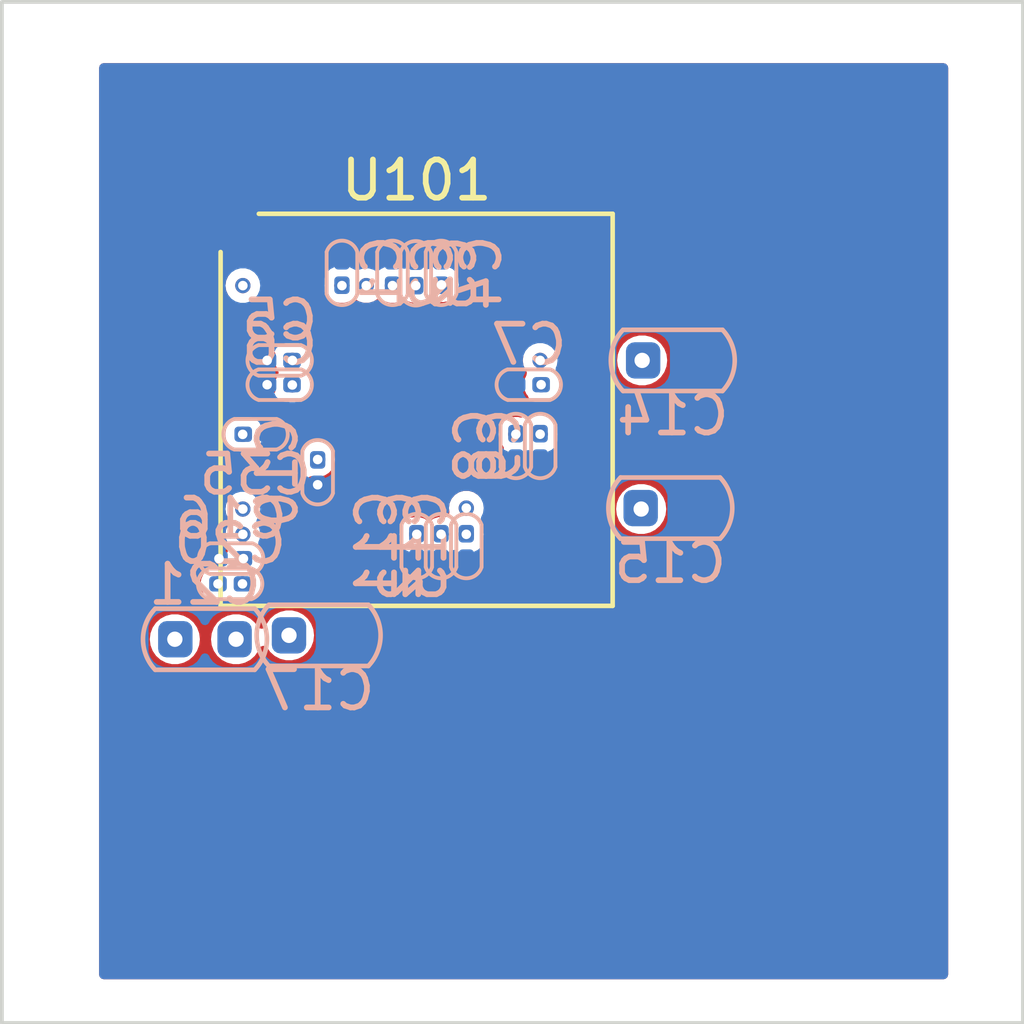
<source format=kicad_pcb>
(kicad_pcb (version 20221018) (generator pcbnew)
  (layers (0 "F.Cu" signal) (1 "In1.Cu" signal) (2 "In2.Cu" signal) (3 "In3.Cu" signal) (4 "In4.Cu" signal) (31 "B.Cu" signal) (34 "B.Paste" user) (35 "F.Paste" user) (36 "B.SilkS" user "B.Silkscreen") (37 "F.SilkS" user "F.Silkscreen") (38 "B.Mask" user) (39 "F.Mask" user) (44 "Edge.Cuts" user))
  (net 0 "")
  (net 1 "GND")
  (net 2 "GNDA")
  (net 3 "VCAP")
  (net 4 "VREF+")
  (net 5 "VDDA")
  (net 6 "+3.3V")
  (net 7 "Net-(U101-NRST)")
  (footprint "Package_BGA:UFBGA-201_10x10mm_Layout15x15_P0.65mm" (layer "F.Cu") (at 157.502 93.4432)
    (fp_text reference "U101" (at 0 -6) (layer "F.SilkS"))
    (fp_text value "STM32H753IIKx")
    (fp_line (start -5.125 5.125) (end -5.125 -4.125) (stroke (width 0.12)) (layer "F.SilkS"))
    (fp_line (start -4.125 -5.125) (end 5.125 -5.125) (stroke (width 0.12)) (layer "F.SilkS"))
    (fp_line (start 5.125 -5.125) (end 5.125 5.125) (stroke (width 0.12)) (layer "F.SilkS"))
    (fp_line (start 5.125 5.125) (end -5.125 5.125) (stroke (width 0.12)) (layer "F.SilkS"))
    (pad "A1" smd circle (at -4.55 -4.55) (size 0.3 0.3) (layers "F.Cu" "F.Paste" "F.Mask"))
    (pad "A2" smd circle (at -3.9 -4.55) (size 0.3 0.3) (layers "F.Cu" "F.Paste" "F.Mask"))
    (pad "A3" smd circle (at -3.25 -4.55) (size 0.3 0.3) (layers "F.Cu" "F.Paste" "F.Mask"))
    (pad "A4" smd circle (at -2.6 -4.55) (size 0.3 0.3) (layers "F.Cu" "F.Paste" "F.Mask"))
    (pad "A5" smd circle (at -1.95 -4.55) (size 0.3 0.3) (layers "F.Cu" "F.Paste" "F.Mask"))
    (pad "A6" smd circle (at -1.3 -4.55) (size 0.3 0.3) (layers "F.Cu" "F.Paste" "F.Mask"))
    (pad "A7" smd circle (at -0.65 -4.55) (size 0.3 0.3) (layers "F.Cu" "F.Paste" "F.Mask"))
    (pad "A8" smd circle (at 0 -4.55) (size 0.3 0.3) (layers "F.Cu" "F.Paste" "F.Mask"))
    (pad "A9" smd circle (at 0.65 -4.55) (size 0.3 0.3) (layers "F.Cu" "F.Paste" "F.Mask"))
    (pad "A10" smd circle (at 1.3 -4.55) (size 0.3 0.3) (layers "F.Cu" "F.Paste" "F.Mask"))
    (pad "A11" smd circle (at 1.95 -4.55) (size 0.3 0.3) (layers "F.Cu" "F.Paste" "F.Mask"))
    (pad "A12" smd circle (at 2.6 -4.55) (size 0.3 0.3) (layers "F.Cu" "F.Paste" "F.Mask"))
    (pad "A13" smd circle (at 3.25 -4.55) (size 0.3 0.3) (layers "F.Cu" "F.Paste" "F.Mask"))
    (pad "A14" smd circle (at 3.9 -4.55) (size 0.3 0.3) (layers "F.Cu" "F.Paste" "F.Mask"))
    (pad "A15" smd circle (at 4.55 -4.55) (size 0.3 0.3) (layers "F.Cu" "F.Paste" "F.Mask"))
    (pad "B1" smd circle (at -4.55 -3.9) (size 0.3 0.3) (layers "F.Cu" "F.Paste" "F.Mask"))
    (pad "B2" smd circle (at -3.9 -3.9) (size 0.3 0.3) (layers "F.Cu" "F.Paste" "F.Mask"))
    (pad "B3" smd circle (at -3.25 -3.9) (size 0.3 0.3) (layers "F.Cu" "F.Paste" "F.Mask"))
    (pad "B4" smd circle (at -2.6 -3.9) (size 0.3 0.3) (layers "F.Cu" "F.Paste" "F.Mask"))
    (pad "B5" smd circle (at -1.95 -3.9) (size 0.3 0.3) (layers "F.Cu" "F.Paste" "F.Mask"))
    (pad "B6" smd circle (at -1.3 -3.9) (size 0.3 0.3) (layers "F.Cu" "F.Paste" "F.Mask"))
    (pad "B7" smd circle (at -0.65 -3.9) (size 0.3 0.3) (layers "F.Cu" "F.Paste" "F.Mask"))
    (pad "B8" smd circle (at 0 -3.9) (size 0.3 0.3) (layers "F.Cu" "F.Paste" "F.Mask"))
    (pad "B9" smd circle (at 0.65 -3.9) (size 0.3 0.3) (layers "F.Cu" "F.Paste" "F.Mask"))
    (pad "B10" smd circle (at 1.3 -3.9) (size 0.3 0.3) (layers "F.Cu" "F.Paste" "F.Mask"))
    (pad "B11" smd circle (at 1.95 -3.9) (size 0.3 0.3) (layers "F.Cu" "F.Paste" "F.Mask"))
    (pad "B12" smd circle (at 2.6 -3.9) (size 0.3 0.3) (layers "F.Cu" "F.Paste" "F.Mask"))
    (pad "B13" smd circle (at 3.25 -3.9) (size 0.3 0.3) (layers "F.Cu" "F.Paste" "F.Mask"))
    (pad "B14" smd circle (at 3.9 -3.9) (size 0.3 0.3) (layers "F.Cu" "F.Paste" "F.Mask"))
    (pad "B15" smd circle (at 4.55 -3.9) (size 0.3 0.3) (layers "F.Cu" "F.Paste" "F.Mask"))
    (pad "C1" smd circle (at -4.55 -3.25) (size 0.3 0.3) (layers "F.Cu" "F.Paste" "F.Mask") (net 6 "+3.3V"))
    (pad "C2" smd circle (at -3.9 -3.25) (size 0.3 0.3) (layers "F.Cu" "F.Paste" "F.Mask"))
    (pad "C3" smd circle (at -3.25 -3.25) (size 0.3 0.3) (layers "F.Cu" "F.Paste" "F.Mask"))
    (pad "C4" smd circle (at -2.6 -3.25) (size 0.3 0.3) (layers "F.Cu" "F.Paste" "F.Mask"))
    (pad "C5" smd circle (at -1.95 -3.25) (size 0.3 0.3) (layers "F.Cu" "F.Paste" "F.Mask") (net 6 "+3.3V"))
    (pad "C6" smd circle (at -1.3 -3.25) (size 0.3 0.3) (layers "F.Cu" "F.Paste" "F.Mask") (net 6 "+3.3V"))
    (pad "C7" smd circle (at -0.65 -3.25) (size 0.3 0.3) (layers "F.Cu" "F.Paste" "F.Mask") (net 6 "+3.3V"))
    (pad "C8" smd circle (at 0 -3.25) (size 0.3 0.3) (layers "F.Cu" "F.Paste" "F.Mask") (net 6 "+3.3V"))
    (pad "C9" smd circle (at 0.65 -3.25) (size 0.3 0.3) (layers "F.Cu" "F.Paste" "F.Mask") (net 6 "+3.3V"))
    (pad "C10" smd circle (at 1.3 -3.25) (size 0.3 0.3) (layers "F.Cu" "F.Paste" "F.Mask"))
    (pad "C11" smd circle (at 1.95 -3.25) (size 0.3 0.3) (layers "F.Cu" "F.Paste" "F.Mask"))
    (pad "C12" smd circle (at 2.6 -3.25) (size 0.3 0.3) (layers "F.Cu" "F.Paste" "F.Mask"))
    (pad "C13" smd circle (at 3.25 -3.25) (size 0.3 0.3) (layers "F.Cu" "F.Paste" "F.Mask"))
    (pad "C14" smd circle (at 3.9 -3.25) (size 0.3 0.3) (layers "F.Cu" "F.Paste" "F.Mask"))
    (pad "C15" smd circle (at 4.55 -3.25) (size 0.3 0.3) (layers "F.Cu" "F.Paste" "F.Mask"))
    (pad "D1" smd circle (at -4.55 -2.6) (size 0.3 0.3) (layers "F.Cu" "F.Paste" "F.Mask"))
    (pad "D2" smd circle (at -3.9 -2.6) (size 0.3 0.3) (layers "F.Cu" "F.Paste" "F.Mask"))
    (pad "D3" smd circle (at -3.25 -2.6) (size 0.3 0.3) (layers "F.Cu" "F.Paste" "F.Mask"))
    (pad "D4" smd circle (at -2.6 -2.6) (size 0.3 0.3) (layers "F.Cu" "F.Paste" "F.Mask"))
    (pad "D5" smd circle (at -1.95 -2.6) (size 0.3 0.3) (layers "F.Cu" "F.Paste" "F.Mask") (net 1 "GND"))
    (pad "D6" smd circle (at -1.3 -2.6) (size 0.3 0.3) (layers "F.Cu" "F.Paste" "F.Mask") (net 1 "GND"))
    (pad "D7" smd circle (at -0.65 -2.6) (size 0.3 0.3) (layers "F.Cu" "F.Paste" "F.Mask") (net 1 "GND"))
    (pad "D8" smd circle (at 0 -2.6) (size 0.3 0.3) (layers "F.Cu" "F.Paste" "F.Mask") (net 1 "GND"))
    (pad "D9" smd circle (at 0.65 -2.6) (size 0.3 0.3) (layers "F.Cu" "F.Paste" "F.Mask") (net 1 "GND"))
    (pad "D10" smd circle (at 1.3 -2.6) (size 0.3 0.3) (layers "F.Cu" "F.Paste" "F.Mask"))
    (pad "D11" smd circle (at 1.95 -2.6) (size 0.3 0.3) (layers "F.Cu" "F.Paste" "F.Mask"))
    (pad "D12" smd circle (at 2.6 -2.6) (size 0.3 0.3) (layers "F.Cu" "F.Paste" "F.Mask"))
    (pad "D13" smd circle (at 3.25 -2.6) (size 0.3 0.3) (layers "F.Cu" "F.Paste" "F.Mask"))
    (pad "D14" smd circle (at 3.9 -2.6) (size 0.3 0.3) (layers "F.Cu" "F.Paste" "F.Mask"))
    (pad "D15" smd circle (at 4.55 -2.6) (size 0.3 0.3) (layers "F.Cu" "F.Paste" "F.Mask"))
    (pad "E1" smd circle (at -4.55 -1.95) (size 0.3 0.3) (layers "F.Cu" "F.Paste" "F.Mask"))
    (pad "E2" smd circle (at -3.9 -1.95) (size 0.3 0.3) (layers "F.Cu" "F.Paste" "F.Mask"))
    (pad "E3" smd circle (at -3.25 -1.95) (size 0.3 0.3) (layers "F.Cu" "F.Paste" "F.Mask"))
    (pad "E4" smd circle (at -2.6 -1.95) (size 0.3 0.3) (layers "F.Cu" "F.Paste" "F.Mask"))
    (pad "E12" smd circle (at 2.6 -1.95) (size 0.3 0.3) (layers "F.Cu" "F.Paste" "F.Mask"))
    (pad "E13" smd circle (at 3.25 -1.95) (size 0.3 0.3) (layers "F.Cu" "F.Paste" "F.Mask"))
    (pad "E14" smd circle (at 3.9 -1.95) (size 0.3 0.3) (layers "F.Cu" "F.Paste" "F.Mask"))
    (pad "E15" smd circle (at 4.55 -1.95) (size 0.3 0.3) (layers "F.Cu" "F.Paste" "F.Mask"))
    (pad "F1" smd circle (at -4.55 -1.3) (size 0.3 0.3) (layers "F.Cu" "F.Paste" "F.Mask"))
    (pad "F2" smd circle (at -3.9 -1.3) (size 0.3 0.3) (layers "F.Cu" "F.Paste" "F.Mask") (net 1 "GND"))
    (pad "F3" smd circle (at -3.25 -1.3) (size 0.3 0.3) (layers "F.Cu" "F.Paste" "F.Mask") (net 6 "+3.3V"))
    (pad "F4" smd circle (at -2.6 -1.3) (size 0.3 0.3) (layers "F.Cu" "F.Paste" "F.Mask"))
    (pad "F6" smd circle (at -1.3 -1.3) (size 0.3 0.3) (layers "F.Cu" "F.Paste" "F.Mask") (net 1 "GND"))
    (pad "F7" smd circle (at -0.65 -1.3) (size 0.3 0.3) (layers "F.Cu" "F.Paste" "F.Mask") (net 1 "GND"))
    (pad "F8" smd circle (at 0 -1.3) (size 0.3 0.3) (layers "F.Cu" "F.Paste" "F.Mask") (net 1 "GND"))
    (pad "F9" smd circle (at 0.65 -1.3) (size 0.3 0.3) (layers "F.Cu" "F.Paste" "F.Mask") (net 1 "GND"))
    (pad "F10" smd circle (at 1.3 -1.3) (size 0.3 0.3) (layers "F.Cu" "F.Paste" "F.Mask") (net 1 "GND"))
    (pad "F12" smd circle (at 2.6 -1.3) (size 0.3 0.3) (layers "F.Cu" "F.Paste" "F.Mask") (net 1 "GND"))
    (pad "F13" smd circle (at 3.25 -1.3) (size 0.3 0.3) (layers "F.Cu" "F.Paste" "F.Mask") (net 3 "VCAP"))
    (pad "F14" smd circle (at 3.9 -1.3) (size 0.3 0.3) (layers "F.Cu" "F.Paste" "F.Mask"))
    (pad "F15" smd circle (at 4.55 -1.3) (size 0.3 0.3) (layers "F.Cu" "F.Paste" "F.Mask"))
    (pad "G1" smd circle (at -4.55 -0.65) (size 0.3 0.3) (layers "F.Cu" "F.Paste" "F.Mask"))
    (pad "G2" smd circle (at -3.9 -0.65) (size 0.3 0.3) (layers "F.Cu" "F.Paste" "F.Mask") (net 1 "GND"))
    (pad "G3" smd circle (at -3.25 -0.65) (size 0.3 0.3) (layers "F.Cu" "F.Paste" "F.Mask") (net 6 "+3.3V"))
    (pad "G4" smd circle (at -2.6 -0.65) (size 0.3 0.3) (layers "F.Cu" "F.Paste" "F.Mask"))
    (pad "G6" smd circle (at -1.3 -0.65) (size 0.3 0.3) (layers "F.Cu" "F.Paste" "F.Mask") (net 1 "GND"))
    (pad "G7" smd circle (at -0.65 -0.65) (size 0.3 0.3) (layers "F.Cu" "F.Paste" "F.Mask") (net 1 "GND"))
    (pad "G8" smd circle (at 0 -0.65) (size 0.3 0.3) (layers "F.Cu" "F.Paste" "F.Mask") (net 1 "GND"))
    (pad "G9" smd circle (at 0.65 -0.65) (size 0.3 0.3) (layers "F.Cu" "F.Paste" "F.Mask") (net 1 "GND"))
    (pad "G10" smd circle (at 1.3 -0.65) (size 0.3 0.3) (layers "F.Cu" "F.Paste" "F.Mask") (net 1 "GND"))
    (pad "G12" smd circle (at 2.6 -0.65) (size 0.3 0.3) (layers "F.Cu" "F.Paste" "F.Mask") (net 1 "GND"))
    (pad "G13" smd circle (at 3.25 -0.65) (size 0.3 0.3) (layers "F.Cu" "F.Paste" "F.Mask") (net 6 "+3.3V"))
    (pad "G14" smd circle (at 3.9 -0.65) (size 0.3 0.3) (layers "F.Cu" "F.Paste" "F.Mask"))
    (pad "G15" smd circle (at 4.55 -0.65) (size 0.3 0.3) (layers "F.Cu" "F.Paste" "F.Mask"))
    (pad "H1" smd circle (at -4.55 0) (size 0.3 0.3) (layers "F.Cu" "F.Paste" "F.Mask"))
    (pad "H2" smd circle (at -3.9 0) (size 0.3 0.3) (layers "F.Cu" "F.Paste" "F.Mask"))
    (pad "H3" smd circle (at -3.25 0) (size 0.3 0.3) (layers "F.Cu" "F.Paste" "F.Mask"))
    (pad "H4" smd circle (at -2.6 0) (size 0.3 0.3) (layers "F.Cu" "F.Paste" "F.Mask"))
    (pad "H6" smd circle (at -1.3 0) (size 0.3 0.3) (layers "F.Cu" "F.Paste" "F.Mask") (net 1 "GND"))
    (pad "H7" smd circle (at -0.65 0) (size 0.3 0.3) (layers "F.Cu" "F.Paste" "F.Mask") (net 1 "GND"))
    (pad "H8" smd circle (at 0 0) (size 0.3 0.3) (layers "F.Cu" "F.Paste" "F.Mask") (net 1 "GND"))
    (pad "H9" smd circle (at 0.65 0) (size 0.3 0.3) (layers "F.Cu" "F.Paste" "F.Mask") (net 1 "GND"))
    (pad "H10" smd circle (at 1.3 0) (size 0.3 0.3) (layers "F.Cu" "F.Paste" "F.Mask") (net 1 "GND"))
    (pad "H12" smd circle (at 2.6 0) (size 0.3 0.3) (layers "F.Cu" "F.Paste" "F.Mask") (net 1 "GND"))
    (pad "H13" smd circle (at 3.25 0) (size 0.3 0.3) (layers "F.Cu" "F.Paste" "F.Mask"))
    (pad "H14" smd circle (at 3.9 0) (size 0.3 0.3) (layers "F.Cu" "F.Paste" "F.Mask"))
    (pad "H15" smd circle (at 4.55 0) (size 0.3 0.3) (layers "F.Cu" "F.Paste" "F.Mask"))
    (pad "J1" smd circle (at -4.55 0.65) (size 0.3 0.3) (layers "F.Cu" "F.Paste" "F.Mask") (net 7 "Net-(U101-NRST)"))
    (pad "J2" smd circle (at -3.9 0.65) (size 0.3 0.3) (layers "F.Cu" "F.Paste" "F.Mask"))
    (pad "J3" smd circle (at -3.25 0.65) (size 0.3 0.3) (layers "F.Cu" "F.Paste" "F.Mask"))
    (pad "J4" smd circle (at -2.6 0.65) (size 0.3 0.3) (layers "F.Cu" "F.Paste" "F.Mask"))
    (pad "J6" smd circle (at -1.3 0.65) (size 0.3 0.3) (layers "F.Cu" "F.Paste" "F.Mask") (net 1 "GND"))
    (pad "J7" smd circle (at -0.65 0.65) (size 0.3 0.3) (layers "F.Cu" "F.Paste" "F.Mask") (net 1 "GND"))
    (pad "J8" smd circle (at 0 0.65) (size 0.3 0.3) (layers "F.Cu" "F.Paste" "F.Mask") (net 1 "GND"))
    (pad "J9" smd circle (at 0.65 0.65) (size 0.3 0.3) (layers "F.Cu" "F.Paste" "F.Mask") (net 1 "GND"))
    (pad "J10" smd circle (at 1.3 0.65) (size 0.3 0.3) (layers "F.Cu" "F.Paste" "F.Mask") (net 1 "GND"))
    (pad "J12" smd circle (at 2.6 0.65) (size 0.3 0.3) (layers "F.Cu" "F.Paste" "F.Mask") (net 6 "+3.3V"))
    (pad "J13" smd circle (at 3.25 0.65) (size 0.3 0.3) (layers "F.Cu" "F.Paste" "F.Mask") (net 6 "+3.3V"))
    (pad "J14" smd circle (at 3.9 0.65) (size 0.3 0.3) (layers "F.Cu" "F.Paste" "F.Mask"))
    (pad "J15" smd circle (at 4.55 0.65) (size 0.3 0.3) (layers "F.Cu" "F.Paste" "F.Mask"))
    (pad "K1" smd circle (at -4.55 1.3) (size 0.3 0.3) (layers "F.Cu" "F.Paste" "F.Mask"))
    (pad "K2" smd circle (at -3.9 1.3) (size 0.3 0.3) (layers "F.Cu" "F.Paste" "F.Mask"))
    (pad "K3" smd circle (at -3.25 1.3) (size 0.3 0.3) (layers "F.Cu" "F.Paste" "F.Mask"))
    (pad "K4" smd circle (at -2.6 1.3) (size 0.3 0.3) (layers "F.Cu" "F.Paste" "F.Mask") (net 6 "+3.3V"))
    (pad "K6" smd circle (at -1.3 1.3) (size 0.3 0.3) (layers "F.Cu" "F.Paste" "F.Mask") (net 1 "GND"))
    (pad "K7" smd circle (at -0.65 1.3) (size 0.3 0.3) (layers "F.Cu" "F.Paste" "F.Mask") (net 1 "GND"))
    (pad "K8" smd circle (at 0 1.3) (size 0.3 0.3) (layers "F.Cu" "F.Paste" "F.Mask") (net 1 "GND"))
    (pad "K9" smd circle (at 0.65 1.3) (size 0.3 0.3) (layers "F.Cu" "F.Paste" "F.Mask") (net 1 "GND"))
    (pad "K10" smd circle (at 1.3 1.3) (size 0.3 0.3) (layers "F.Cu" "F.Paste" "F.Mask") (net 1 "GND"))
    (pad "K12" smd circle (at 2.6 1.3) (size 0.3 0.3) (layers "F.Cu" "F.Paste" "F.Mask"))
    (pad "K13" smd circle (at 3.25 1.3) (size 0.3 0.3) (layers "F.Cu" "F.Paste" "F.Mask"))
    (pad "K14" smd circle (at 3.9 1.3) (size 0.3 0.3) (layers "F.Cu" "F.Paste" "F.Mask"))
    (pad "K15" smd circle (at 4.55 1.3) (size 0.3 0.3) (layers "F.Cu" "F.Paste" "F.Mask"))
    (pad "L1" smd circle (at -4.55 1.95) (size 0.3 0.3) (layers "F.Cu" "F.Paste" "F.Mask"))
    (pad "L2" smd circle (at -3.9 1.95) (size 0.3 0.3) (layers "F.Cu" "F.Paste" "F.Mask"))
    (pad "L3" smd circle (at -3.25 1.95) (size 0.3 0.3) (layers "F.Cu" "F.Paste" "F.Mask"))
    (pad "L4" smd circle (at -2.6 1.95) (size 0.3 0.3) (layers "F.Cu" "F.Paste" "F.Mask") (net 1 "GND"))
    (pad "L12" smd circle (at 2.6 1.95) (size 0.3 0.3) (layers "F.Cu" "F.Paste" "F.Mask"))
    (pad "L13" smd circle (at 3.25 1.95) (size 0.3 0.3) (layers "F.Cu" "F.Paste" "F.Mask"))
    (pad "L14" smd circle (at 3.9 1.95) (size 0.3 0.3) (layers "F.Cu" "F.Paste" "F.Mask"))
    (pad "L15" smd circle (at 4.55 1.95) (size 0.3 0.3) (layers "F.Cu" "F.Paste" "F.Mask"))
    (pad "M1" smd circle (at -4.55 2.6) (size 0.3 0.3) (layers "F.Cu" "F.Paste" "F.Mask") (net 2 "GNDA"))
    (pad "M2" smd circle (at -3.9 2.6) (size 0.3 0.3) (layers "F.Cu" "F.Paste" "F.Mask"))
    (pad "M3" smd circle (at -3.25 2.6) (size 0.3 0.3) (layers "F.Cu" "F.Paste" "F.Mask"))
    (pad "M4" smd circle (at -2.6 2.6) (size 0.3 0.3) (layers "F.Cu" "F.Paste" "F.Mask"))
    (pad "M5" smd circle (at -1.95 2.6) (size 0.3 0.3) (layers "F.Cu" "F.Paste" "F.Mask"))
    (pad "M6" smd circle (at -1.3 2.6) (size 0.3 0.3) (layers "F.Cu" "F.Paste" "F.Mask"))
    (pad "M7" smd circle (at -0.65 2.6) (size 0.3 0.3) (layers "F.Cu" "F.Paste" "F.Mask"))
    (pad "M8" smd circle (at 0 2.6) (size 0.3 0.3) (layers "F.Cu" "F.Paste" "F.Mask") (net 1 "GND"))
    (pad "M9" smd circle (at 0.65 2.6) (size 0.3 0.3) (layers "F.Cu" "F.Paste" "F.Mask") (net 1 "GND"))
    (pad "M10" smd circle (at 1.3 2.6) (size 0.3 0.3) (layers "F.Cu" "F.Paste" "F.Mask") (net 3 "VCAP"))
    (pad "M11" smd circle (at 1.95 2.6) (size 0.3 0.3) (layers "F.Cu" "F.Paste" "F.Mask"))
    (pad "M12" smd circle (at 2.6 2.6) (size 0.3 0.3) (layers "F.Cu" "F.Paste" "F.Mask"))
    (pad "M13" smd circle (at 3.25 2.6) (size 0.3 0.3) (layers "F.Cu" "F.Paste" "F.Mask"))
    (pad "M14" smd circle (at 3.9 2.6) (size 0.3 0.3) (layers "F.Cu" "F.Paste" "F.Mask"))
    (pad "M15" smd circle (at 4.55 2.6) (size 0.3 0.3) (layers "F.Cu" "F.Paste" "F.Mask"))
    (pad "N1" smd circle (at -4.55 3.25) (size 0.3 0.3) (layers "F.Cu" "F.Paste" "F.Mask") (net 2 "GNDA"))
    (pad "N2" smd circle (at -3.9 3.25) (size 0.3 0.3) (layers "F.Cu" "F.Paste" "F.Mask"))
    (pad "N3" smd circle (at -3.25 3.25) (size 0.3 0.3) (layers "F.Cu" "F.Paste" "F.Mask"))
    (pad "N4" smd circle (at -2.6 3.25) (size 0.3 0.3) (layers "F.Cu" "F.Paste" "F.Mask"))
    (pad "N5" smd circle (at -1.95 3.25) (size 0.3 0.3) (layers "F.Cu" "F.Paste" "F.Mask"))
    (pad "N6" smd circle (at -1.3 3.25) (size 0.3 0.3) (layers "F.Cu" "F.Paste" "F.Mask"))
    (pad "N7" smd circle (at -0.65 3.25) (size 0.3 0.3) (layers "F.Cu" "F.Paste" "F.Mask"))
    (pad "N8" smd circle (at 0 3.25) (size 0.3 0.3) (layers "F.Cu" "F.Paste" "F.Mask") (net 6 "+3.3V"))
    (pad "N9" smd circle (at 0.65 3.25) (size 0.3 0.3) (layers "F.Cu" "F.Paste" "F.Mask") (net 6 "+3.3V"))
    (pad "N10" smd circle (at 1.3 3.25) (size 0.3 0.3) (layers "F.Cu" "F.Paste" "F.Mask") (net 6 "+3.3V"))
    (pad "N11" smd circle (at 1.95 3.25) (size 0.3 0.3) (layers "F.Cu" "F.Paste" "F.Mask"))
    (pad "N12" smd circle (at 2.6 3.25) (size 0.3 0.3) (layers "F.Cu" "F.Paste" "F.Mask"))
    (pad "N13" smd circle (at 3.25 3.25) (size 0.3 0.3) (layers "F.Cu" "F.Paste" "F.Mask"))
    (pad "N14" smd circle (at 3.9 3.25) (size 0.3 0.3) (layers "F.Cu" "F.Paste" "F.Mask"))
    (pad "N15" smd circle (at 4.55 3.25) (size 0.3 0.3) (layers "F.Cu" "F.Paste" "F.Mask"))
    (pad "P1" smd circle (at -4.55 3.9) (size 0.3 0.3) (layers "F.Cu" "F.Paste" "F.Mask") (net 4 "VREF+"))
    (pad "P2" smd circle (at -3.9 3.9) (size 0.3 0.3) (layers "F.Cu" "F.Paste" "F.Mask"))
    (pad "P3" smd circle (at -3.25 3.9) (size 0.3 0.3) (layers "F.Cu" "F.Paste" "F.Mask"))
    (pad "P4" smd circle (at -2.6 3.9) (size 0.3 0.3) (layers "F.Cu" "F.Paste" "F.Mask"))
    (pad "P5" smd circle (at -1.95 3.9) (size 0.3 0.3) (layers "F.Cu" "F.Paste" "F.Mask"))
    (pad "P6" smd circle (at -1.3 3.9) (size 0.3 0.3) (layers "F.Cu" "F.Paste" "F.Mask"))
    (pad "P7" smd circle (at -0.65 3.9) (size 0.3 0.3) (layers "F.Cu" "F.Paste" "F.Mask"))
    (pad "P8" smd circle (at 0 3.9) (size 0.3 0.3) (layers "F.Cu" "F.Paste" "F.Mask"))
    (pad "P9" smd circle (at 0.65 3.9) (size 0.3 0.3) (layers "F.Cu" "F.Paste" "F.Mask"))
    (pad "P10" smd circle (at 1.3 3.9) (size 0.3 0.3) (layers "F.Cu" "F.Paste" "F.Mask"))
    (pad "P11" smd circle (at 1.95 3.9) (size 0.3 0.3) (layers "F.Cu" "F.Paste" "F.Mask"))
    (pad "P12" smd circle (at 2.6 3.9) (size 0.3 0.3) (layers "F.Cu" "F.Paste" "F.Mask"))
    (pad "P13" smd circle (at 3.25 3.9) (size 0.3 0.3) (layers "F.Cu" "F.Paste" "F.Mask"))
    (pad "P14" smd circle (at 3.9 3.9) (size 0.3 0.3) (layers "F.Cu" "F.Paste" "F.Mask"))
    (pad "P15" smd circle (at 4.55 3.9) (size 0.3 0.3) (layers "F.Cu" "F.Paste" "F.Mask"))
    (pad "R1" smd circle (at -4.55 4.55) (size 0.3 0.3) (layers "F.Cu" "F.Paste" "F.Mask") (net 5 "VDDA"))
    (pad "R2" smd circle (at -3.9 4.55) (size 0.3 0.3) (layers "F.Cu" "F.Paste" "F.Mask"))
    (pad "R3" smd circle (at -3.25 4.55) (size 0.3 0.3) (layers "F.Cu" "F.Paste" "F.Mask"))
    (pad "R4" smd circle (at -2.6 4.55) (size 0.3 0.3) (layers "F.Cu" "F.Paste" "F.Mask"))
    (pad "R5" smd circle (at -1.95 4.55) (size 0.3 0.3) (layers "F.Cu" "F.Paste" "F.Mask"))
    (pad "R6" smd circle (at -1.3 4.55) (size 0.3 0.3) (layers "F.Cu" "F.Paste" "F.Mask"))
    (pad "R7" smd circle (at -0.65 4.55) (size 0.3 0.3) (layers "F.Cu" "F.Paste" "F.Mask"))
    (pad "R8" smd circle (at 0 4.55) (size 0.3 0.3) (layers "F.Cu" "F.Paste" "F.Mask"))
    (pad "R9" smd circle (at 0.65 4.55) (size 0.3 0.3) (layers "F.Cu" "F.Paste" "F.Mask"))
    (pad "R10" smd circle (at 1.3 4.55) (size 0.3 0.3) (layers "F.Cu" "F.Paste" "F.Mask"))
    (pad "R11" smd circle (at 1.95 4.55) (size 0.3 0.3) (layers "F.Cu" "F.Paste" "F.Mask"))
    (pad "R12" smd circle (at 2.6 4.55) (size 0.3 0.3) (layers "F.Cu" "F.Paste" "F.Mask"))
    (pad "R13" smd circle (at 3.25 4.55) (size 0.3 0.3) (layers "F.Cu" "F.Paste" "F.Mask"))
    (pad "R14" smd circle (at 3.9 4.55) (size 0.3 0.3) (layers "F.Cu" "F.Paste" "F.Mask"))
    (pad "R15" smd circle (at 4.55 4.55) (size 0.3 0.3) (layers "F.Cu" "F.Paste" "F.Mask"))
  )
  (footprint "PCM_Capacitor_SMD_AKL:C_0201_0603Metric" (layer "B.Cu") (at 158.1404 89.8652 90)
    (fp_text reference "C4" (at 0 1.05 90) (layer "B.SilkS") (effects (justify mirror)))
    (fp_text value "100nF" hide)
    (fp_line (start -0.55 -0.399999) (end 0.55 -0.399999) (stroke (width 0.1)) (layer "B.SilkS"))
    (fp_line (start 0.55 0.400001) (end -0.55 0.4) (stroke (width 0.1)) (layer "B.SilkS"))
    (fp_arc (start -0.55 0.4) (mid -0.840003 0.000001) (end -0.55 -0.399999) (stroke (width 0.1)) (layer "B.SilkS"))
    (fp_arc (start 0.55 -0.399999) (mid 0.844375 0.000001) (end 0.55 0.400001) (stroke (width 0.1)) (layer "B.SilkS"))
    (pad "1" smd roundrect (at -0.32 0 90) (size 0.46 0.4) (layers "B.Cu" "B.Mask") (net 6 "+3.3V"))
    (pad "2" smd roundrect (at 0.32 0 90) (size 0.46 0.4) (layers "B.Cu" "B.Mask") (net 1 "GND"))
  )
  (footprint "PCM_Capacitor_SMD_AKL:C_0201_0603Metric" (layer "B.Cu") (at 153.924 92.7862 180)
    (fp_text reference "C6" (at 0 1.05) (layer "B.SilkS") (effects (justify mirror)))
    (fp_text value "100nF" hide)
    (fp_line (start -0.55 -0.399999) (end 0.55 -0.399999) (stroke (width 0.1)) (layer "B.SilkS"))
    (fp_line (start 0.55 0.400001) (end -0.55 0.4) (stroke (width 0.1)) (layer "B.SilkS"))
    (fp_arc (start -0.55 0.4) (mid -0.840003 0.000001) (end -0.55 -0.399999) (stroke (width 0.1)) (layer "B.SilkS"))
    (fp_arc (start 0.55 -0.399999) (mid 0.844375 0.000001) (end 0.55 0.400001) (stroke (width 0.1)) (layer "B.SilkS"))
    (pad "1" smd roundrect (at -0.32 0 180) (size 0.46 0.4) (layers "B.Cu" "B.Mask") (net 6 "+3.3V"))
    (pad "2" smd roundrect (at 0.32 0 180) (size 0.46 0.4) (layers "B.Cu" "B.Mask") (net 1 "GND"))
  )
  (footprint "PCM_Capacitor_SMD_AKL:C_0201_0603Metric" (layer "B.Cu") (at 160.4366 92.7862 180)
    (fp_text reference "C7" (at 0 1.05) (layer "B.SilkS") (effects (justify mirror)))
    (fp_text value "100nF" hide)
    (fp_line (start -0.55 -0.399999) (end 0.55 -0.399999) (stroke (width 0.1)) (layer "B.SilkS"))
    (fp_line (start 0.55 0.400001) (end -0.55 0.4) (stroke (width 0.1)) (layer "B.SilkS"))
    (fp_arc (start -0.55 0.4) (mid -0.840003 0.000001) (end -0.55 -0.399999) (stroke (width 0.1)) (layer "B.SilkS"))
    (fp_arc (start 0.55 -0.399999) (mid 0.844375 0.000001) (end 0.55 0.400001) (stroke (width 0.1)) (layer "B.SilkS"))
    (pad "1" smd roundrect (at -0.32 0 180) (size 0.46 0.4) (layers "B.Cu" "B.Mask") (net 6 "+3.3V"))
    (pad "2" smd roundrect (at 0.32 0 180) (size 0.46 0.4) (layers "B.Cu" "B.Mask") (net 1 "GND"))
  )
  (footprint "PCM_Capacitor_SMD_AKL:C_0201_0603Metric" (layer "B.Cu") (at 157.48 89.8758 90)
    (fp_text reference "C3" (at 0 1.05 90) (layer "B.SilkS") (effects (justify mirror)))
    (fp_text value "100nF" hide)
    (fp_line (start -0.55 -0.399999) (end 0.55 -0.399999) (stroke (width 0.1)) (layer "B.SilkS"))
    (fp_line (start 0.55 0.400001) (end -0.55 0.4) (stroke (width 0.1)) (layer "B.SilkS"))
    (fp_arc (start -0.55 0.4) (mid -0.840003 0.000001) (end -0.55 -0.399999) (stroke (width 0.1)) (layer "B.SilkS"))
    (fp_arc (start 0.55 -0.399999) (mid 0.844375 0.000001) (end 0.55 0.400001) (stroke (width 0.1)) (layer "B.SilkS"))
    (pad "1" smd roundrect (at -0.32 0 90) (size 0.46 0.4) (layers "B.Cu" "B.Mask") (net 6 "+3.3V"))
    (pad "2" smd roundrect (at 0.32 0 90) (size 0.46 0.4) (layers "B.Cu" "B.Mask") (net 1 "GND"))
  )
  (footprint "PCM_Capacitor_SMD_AKL:C_0201_0603Metric" (layer "B.Cu") (at 160.7312 94.3864 -90)
    (fp_text reference "C9" (at 0 1.05 90) (layer "B.SilkS") (effects (justify mirror)))
    (fp_text value "100nF" hide)
    (fp_line (start -0.55 -0.399999) (end 0.55 -0.399999) (stroke (width 0.1)) (layer "B.SilkS"))
    (fp_line (start 0.55 0.400001) (end -0.55 0.4) (stroke (width 0.1)) (layer "B.SilkS"))
    (fp_arc (start -0.55 0.4) (mid -0.840003 0.000001) (end -0.55 -0.399999) (stroke (width 0.1)) (layer "B.SilkS"))
    (fp_arc (start 0.55 -0.399999) (mid 0.844375 0.000001) (end 0.55 0.400001) (stroke (width 0.1)) (layer "B.SilkS"))
    (pad "1" smd roundrect (at -0.32 0 270) (size 0.46 0.4) (layers "B.Cu" "B.Mask") (net 6 "+3.3V"))
    (pad "2" smd roundrect (at 0.32 0 270) (size 0.46 0.4) (layers "B.Cu" "B.Mask") (net 1 "GND"))
  )
  (footprint "PCM_Capacitor_SMD_AKL:C_0603_1608Metric" (layer "B.Cu") (at 164.1348 96.012)
    (fp_text reference "C15" (at 0 1.43) (layer "B.SilkS") (effects (justify mirror)))
    (fp_text value "2.2uF" hide)
    (fp_line (start -1.3 -0.800002) (end 1.3 -0.8) (stroke (width 0.12)) (layer "B.SilkS"))
    (fp_line (start 1.3 0.800002) (end -1.3 0.8) (stroke (width 0.12)) (layer "B.SilkS"))
    (fp_arc (start -1.3 0.8) (mid -1.619939 -0.000001) (end -1.3 -0.800002) (stroke (width 0.12)) (layer "B.SilkS"))
    (fp_arc (start 1.3 -0.8) (mid 1.619939 0.000001) (end 1.3 0.800002) (stroke (width 0.12)) (layer "B.SilkS"))
    (pad "1" smd roundrect (at -0.775 0) (size 0.9 0.95) (layers "B.Cu" "B.Paste" "B.Mask") (net 3 "VCAP"))
    (pad "2" smd roundrect (at 0.775 0) (size 0.9 0.95) (layers "B.Cu" "B.Paste" "B.Mask") (net 1 "GND"))
  )
  (footprint "PCM_Capacitor_SMD_AKL:C_0603_1608Metric" (layer "B.Cu") (at 154.94 99.3394)
    (fp_text reference "C17" (at 0 1.43) (layer "B.SilkS") (effects (justify mirror)))
    (fp_text value "1uF" hide)
    (fp_line (start -1.3 -0.800002) (end 1.3 -0.8) (stroke (width 0.12)) (layer "B.SilkS"))
    (fp_line (start 1.3 0.800002) (end -1.3 0.8) (stroke (width 0.12)) (layer "B.SilkS"))
    (fp_arc (start -1.3 0.8) (mid -1.619939 -0.000001) (end -1.3 -0.800002) (stroke (width 0.12)) (layer "B.SilkS"))
    (fp_arc (start 1.3 -0.8) (mid 1.619939 0.000001) (end 1.3 0.800002) (stroke (width 0.12)) (layer "B.SilkS"))
    (pad "1" smd roundrect (at -0.775 0) (size 0.9 0.95) (layers "B.Cu" "B.Paste" "B.Mask") (net 4 "VREF+"))
    (pad "2" smd roundrect (at 0.775 0) (size 0.9 0.95) (layers "B.Cu" "B.Paste" "B.Mask") (net 1 "GND"))
  )
  (footprint "PCM_Capacitor_SMD_AKL:C_0201_0603Metric" (layer "B.Cu") (at 153.289 94.0816)
    (fp_text reference "C35" (at 0 1.05) (layer "B.SilkS") (effects (justify mirror)))
    (fp_text value "100nF" hide)
    (fp_line (start -0.55 -0.399999) (end 0.55 -0.399999) (stroke (width 0.1)) (layer "B.SilkS"))
    (fp_line (start 0.55 0.400001) (end -0.55 0.4) (stroke (width 0.1)) (layer "B.SilkS"))
    (fp_arc (start -0.55 0.4) (mid -0.840003 0.000001) (end -0.55 -0.399999) (stroke (width 0.1)) (layer "B.SilkS"))
    (fp_arc (start 0.55 -0.399999) (mid 0.844375 0.000001) (end 0.55 0.400001) (stroke (width 0.1)) (layer "B.SilkS"))
    (pad "1" smd roundrect (at -0.32 0) (size 0.46 0.4) (layers "B.Cu" "B.Mask") (net 7 "Net-(U101-NRST)"))
    (pad "2" smd roundrect (at 0.32 0) (size 0.46 0.4) (layers "B.Cu" "B.Mask") (net 1 "GND"))
  )
  (footprint "PCM_Capacitor_SMD_AKL:C_0201_0603Metric" (layer "B.Cu") (at 160.0962 94.3864 -90)
    (fp_text reference "C8" (at 0 1.05 90) (layer "B.SilkS") (effects (justify mirror)))
    (fp_text value "100nF" hide)
    (fp_line (start -0.55 -0.399999) (end 0.55 -0.399999) (stroke (width 0.1)) (layer "B.SilkS"))
    (fp_line (start 0.55 0.400001) (end -0.55 0.4) (stroke (width 0.1)) (layer "B.SilkS"))
    (fp_arc (start -0.55 0.4) (mid -0.840003 0.000001) (end -0.55 -0.399999) (stroke (width 0.1)) (layer "B.SilkS"))
    (fp_arc (start 0.55 -0.399999) (mid 0.844375 0.000001) (end 0.55 0.400001) (stroke (width 0.1)) (layer "B.SilkS"))
    (pad "1" smd roundrect (at -0.32 0 270) (size 0.46 0.4) (layers "B.Cu" "B.Mask") (net 6 "+3.3V"))
    (pad "2" smd roundrect (at 0.32 0 270) (size 0.46 0.4) (layers "B.Cu" "B.Mask") (net 1 "GND"))
  )
  (footprint "PCM_Capacitor_SMD_AKL:C_0603_1608Metric" (layer "B.Cu") (at 151.9682 99.441 180)
    (fp_text reference "C21" (at 0 1.43) (layer "B.SilkS") (effects (justify mirror)))
    (fp_text value "1uF" hide)
    (fp_line (start -1.3 -0.800002) (end 1.3 -0.8) (stroke (width 0.12)) (layer "B.SilkS"))
    (fp_line (start 1.3 0.800002) (end -1.3 0.8) (stroke (width 0.12)) (layer "B.SilkS"))
    (fp_arc (start -1.3 0.8) (mid -1.619939 -0.000001) (end -1.3 -0.800002) (stroke (width 0.12)) (layer "B.SilkS"))
    (fp_arc (start 1.3 -0.8) (mid 1.619939 0.000001) (end 1.3 0.800002) (stroke (width 0.12)) (layer "B.SilkS"))
    (pad "1" smd roundrect (at -0.775 0 180) (size 0.9 0.95) (layers "B.Cu" "B.Paste" "B.Mask") (net 5 "VDDA"))
    (pad "2" smd roundrect (at 0.775 0 180) (size 0.9 0.95) (layers "B.Cu" "B.Paste" "B.Mask") (net 2 "GNDA"))
  )
  (footprint "PCM_Capacitor_SMD_AKL:C_0201_0603Metric" (layer "B.Cu") (at 158.8008 97.0026 -90)
    (fp_text reference "C13" (at 0 1.05 90) (layer "B.SilkS") (effects (justify mirror)))
    (fp_text value "100nF" hide)
    (fp_line (start -0.55 -0.399999) (end 0.55 -0.399999) (stroke (width 0.1)) (layer "B.SilkS"))
    (fp_line (start 0.55 0.400001) (end -0.55 0.4) (stroke (width 0.1)) (layer "B.SilkS"))
    (fp_arc (start -0.55 0.4) (mid -0.840003 0.000001) (end -0.55 -0.399999) (stroke (width 0.1)) (layer "B.SilkS"))
    (fp_arc (start 0.55 -0.399999) (mid 0.844375 0.000001) (end 0.55 0.400001) (stroke (width 0.1)) (layer "B.SilkS"))
    (pad "1" smd roundrect (at -0.32 0 270) (size 0.46 0.4) (layers "B.Cu" "B.Mask") (net 6 "+3.3V"))
    (pad "2" smd roundrect (at 0.32 0 270) (size 0.46 0.4) (layers "B.Cu" "B.Mask") (net 1 "GND"))
  )
  (footprint "PCM_Capacitor_SMD_AKL:C_0201_0603Metric" (layer "B.Cu") (at 157.5054 97.0026 -90)
    (fp_text reference "C11" (at 0 1.05 90) (layer "B.SilkS") (effects (justify mirror)))
    (fp_text value "100nF" hide)
    (fp_line (start -0.55 -0.399999) (end 0.55 -0.399999) (stroke (width 0.1)) (layer "B.SilkS"))
    (fp_line (start 0.55 0.400001) (end -0.55 0.4) (stroke (width 0.1)) (layer "B.SilkS"))
    (fp_arc (start -0.55 0.4) (mid -0.840003 0.000001) (end -0.55 -0.399999) (stroke (width 0.1)) (layer "B.SilkS"))
    (fp_arc (start 0.55 -0.399999) (mid 0.844375 0.000001) (end 0.55 0.400001) (stroke (width 0.1)) (layer "B.SilkS"))
    (pad "1" smd roundrect (at -0.32 0 270) (size 0.46 0.4) (layers "B.Cu" "B.Mask") (net 6 "+3.3V"))
    (pad "2" smd roundrect (at 0.32 0 270) (size 0.46 0.4) (layers "B.Cu" "B.Mask") (net 1 "GND"))
  )
  (footprint "PCM_Capacitor_SMD_AKL:C_0603_1608Metric" (layer "B.Cu") (at 164.1986 92.1512)
    (fp_text reference "C14" (at 0 1.43) (layer "B.SilkS") (effects (justify mirror)))
    (fp_text value "2.2uF" hide)
    (fp_line (start -1.3 -0.800002) (end 1.3 -0.8) (stroke (width 0.12)) (layer "B.SilkS"))
    (fp_line (start 1.3 0.800002) (end -1.3 0.8) (stroke (width 0.12)) (layer "B.SilkS"))
    (fp_arc (start -1.3 0.8) (mid -1.619939 -0.000001) (end -1.3 -0.800002) (stroke (width 0.12)) (layer "B.SilkS"))
    (fp_arc (start 1.3 -0.8) (mid 1.619939 0.000001) (end 1.3 0.800002) (stroke (width 0.12)) (layer "B.SilkS"))
    (pad "1" smd roundrect (at -0.775 0) (size 0.9 0.95) (layers "B.Cu" "B.Paste" "B.Mask") (net 3 "VCAP"))
    (pad "2" smd roundrect (at 0.775 0) (size 0.9 0.95) (layers "B.Cu" "B.Paste" "B.Mask") (net 1 "GND"))
  )
  (footprint "PCM_Capacitor_SMD_AKL:C_0201_0603Metric" (layer "B.Cu") (at 153.924 92.1512 180)
    (fp_text reference "C5" (at 0 1.05) (layer "B.SilkS") (effects (justify mirror)))
    (fp_text value "100nF" hide)
    (fp_line (start -0.55 -0.399999) (end 0.55 -0.399999) (stroke (width 0.1)) (layer "B.SilkS"))
    (fp_line (start 0.55 0.400001) (end -0.55 0.4) (stroke (width 0.1)) (layer "B.SilkS"))
    (fp_arc (start -0.55 0.4) (mid -0.840003 0.000001) (end -0.55 -0.399999) (stroke (width 0.1)) (layer "B.SilkS"))
    (fp_arc (start 0.55 -0.399999) (mid 0.844375 0.000001) (end 0.55 0.400001) (stroke (width 0.1)) (layer "B.SilkS"))
    (pad "1" smd roundrect (at -0.32 0 180) (size 0.46 0.4) (layers "B.Cu" "B.Mask") (net 6 "+3.3V"))
    (pad "2" smd roundrect (at 0.32 0 180) (size 0.46 0.4) (layers "B.Cu" "B.Mask") (net 1 "GND"))
  )
  (footprint "PCM_Capacitor_SMD_AKL:C_0201_0603Metric" (layer "B.Cu") (at 158.1404 97.0026 -90)
    (fp_text reference "C12" (at 0 1.05 90) (layer "B.SilkS") (effects (justify mirror)))
    (fp_text value "100nF" hide)
    (fp_line (start -0.55 -0.399999) (end 0.55 -0.399999) (stroke (width 0.1)) (layer "B.SilkS"))
    (fp_line (start 0.55 0.400001) (end -0.55 0.4) (stroke (width 0.1)) (layer "B.SilkS"))
    (fp_arc (start -0.55 0.4) (mid -0.840003 0.000001) (end -0.55 -0.399999) (stroke (width 0.1)) (layer "B.SilkS"))
    (fp_arc (start 0.55 -0.399999) (mid 0.844375 0.000001) (end 0.55 0.400001) (stroke (width 0.1)) (layer "B.SilkS"))
    (pad "1" smd roundrect (at -0.32 0 270) (size 0.46 0.4) (layers "B.Cu" "B.Mask") (net 6 "+3.3V"))
    (pad "2" smd roundrect (at 0.32 0 270) (size 0.46 0.4) (layers "B.Cu" "B.Mask") (net 1 "GND"))
  )
  (footprint "PCM_Capacitor_SMD_AKL:C_0201_0603Metric" (layer "B.Cu") (at 154.9146 95.0722 -90)
    (fp_text reference "C10" (at 0 1.05 90) (layer "B.SilkS") (effects (justify mirror)))
    (fp_text value "100nF" hide)
    (fp_line (start -0.55 -0.399999) (end 0.55 -0.399999) (stroke (width 0.1)) (layer "B.SilkS"))
    (fp_line (start 0.55 0.400001) (end -0.55 0.4) (stroke (width 0.1)) (layer "B.SilkS"))
    (fp_arc (start -0.55 0.4) (mid -0.840003 0.000001) (end -0.55 -0.399999) (stroke (width 0.1)) (layer "B.SilkS"))
    (fp_arc (start 0.55 -0.399999) (mid 0.844375 0.000001) (end 0.55 0.400001) (stroke (width 0.1)) (layer "B.SilkS"))
    (pad "1" smd roundrect (at -0.32 0 270) (size 0.46 0.4) (layers "B.Cu" "B.Mask") (net 6 "+3.3V"))
    (pad "2" smd roundrect (at 0.32 0 270) (size 0.46 0.4) (layers "B.Cu" "B.Mask") (net 1 "GND"))
  )
  (footprint "PCM_Capacitor_SMD_AKL:C_0201_0603Metric" (layer "B.Cu") (at 156.8704 89.8652 90)
    (fp_text reference "C2" (at 0 1.05 90) (layer "B.SilkS") (effects (justify mirror)))
    (fp_text value "100nF" hide)
    (fp_line (start -0.55 -0.399999) (end 0.55 -0.399999) (stroke (width 0.1)) (layer "B.SilkS"))
    (fp_line (start 0.55 0.400001) (end -0.55 0.4) (stroke (width 0.1)) (layer "B.SilkS"))
    (fp_arc (start -0.55 0.4) (mid -0.840003 0.000001) (end -0.55 -0.399999) (stroke (width 0.1)) (layer "B.SilkS"))
    (fp_arc (start 0.55 -0.399999) (mid 0.844375 0.000001) (end 0.55 0.400001) (stroke (width 0.1)) (layer "B.SilkS"))
    (pad "1" smd roundrect (at -0.32 0 90) (size 0.46 0.4) (layers "B.Cu" "B.Mask") (net 6 "+3.3V"))
    (pad "2" smd roundrect (at 0.32 0 90) (size 0.46 0.4) (layers "B.Cu" "B.Mask") (net 1 "GND"))
  )
  (footprint "PCM_Capacitor_SMD_AKL:C_0201_0603Metric" (layer "B.Cu") (at 152.654 97.3328 180)
    (fp_text reference "C16" (at 0 1.05) (layer "B.SilkS") (effects (justify mirror)))
    (fp_text value "100nF" hide)
    (fp_line (start -0.55 -0.399999) (end 0.55 -0.399999) (stroke (width 0.1)) (layer "B.SilkS"))
    (fp_line (start 0.55 0.400001) (end -0.55 0.4) (stroke (width 0.1)) (layer "B.SilkS"))
    (fp_arc (start -0.55 0.4) (mid -0.840003 0.000001) (end -0.55 -0.399999) (stroke (width 0.1)) (layer "B.SilkS"))
    (fp_arc (start 0.55 -0.399999) (mid 0.844375 0.000001) (end 0.55 0.400001) (stroke (width 0.1)) (layer "B.SilkS"))
    (pad "1" smd roundrect (at -0.32 0 180) (size 0.46 0.4) (layers "B.Cu" "B.Mask") (net 4 "VREF+"))
    (pad "2" smd roundrect (at 0.32 0 180) (size 0.46 0.4) (layers "B.Cu" "B.Mask") (net 1 "GND"))
  )
  (footprint "PCM_Capacitor_SMD_AKL:C_0201_0603Metric" (layer "B.Cu") (at 152.6286 97.9932 180)
    (fp_text reference "C20" (at 0 1.05) (layer "B.SilkS") (effects (justify mirror)))
    (fp_text value "100nF" hide)
    (fp_line (start -0.55 -0.399999) (end 0.55 -0.399999) (stroke (width 0.1)) (layer "B.SilkS"))
    (fp_line (start 0.55 0.400001) (end -0.55 0.4) (stroke (width 0.1)) (layer "B.SilkS"))
    (fp_arc (start -0.55 0.4) (mid -0.840003 0.000001) (end -0.55 -0.399999) (stroke (width 0.1)) (layer "B.SilkS"))
    (fp_arc (start 0.55 -0.399999) (mid 0.844375 0.000001) (end 0.55 0.400001) (stroke (width 0.1)) (layer "B.SilkS"))
    (pad "1" smd roundrect (at -0.32 0 180) (size 0.46 0.4) (layers "B.Cu" "B.Mask") (net 5 "VDDA"))
    (pad "2" smd roundrect (at 0.32 0 180) (size 0.46 0.4) (layers "B.Cu" "B.Mask") (net 2 "GNDA"))
  )
  (footprint "PCM_Capacitor_SMD_AKL:C_0201_0603Metric" (layer "B.Cu") (at 155.5496 89.8652 90)
    (fp_text reference "C1" (at 0 1.05 90) (layer "B.SilkS") (effects (justify mirror)))
    (fp_text value "100nF" hide)
    (fp_line (start -0.55 -0.399999) (end 0.55 -0.399999) (stroke (width 0.1)) (layer "B.SilkS"))
    (fp_line (start 0.55 0.400001) (end -0.55 0.4) (stroke (width 0.1)) (layer "B.SilkS"))
    (fp_arc (start -0.55 0.4) (mid -0.840003 0.000001) (end -0.55 -0.399999) (stroke (width 0.1)) (layer "B.SilkS"))
    (fp_arc (start 0.55 -0.399999) (mid 0.844375 0.000001) (end 0.55 0.400001) (stroke (width 0.1)) (layer "B.SilkS"))
    (pad "1" smd roundrect (at -0.32 0 90) (size 0.46 0.4) (layers "B.Cu" "B.Mask") (net 6 "+3.3V"))
    (pad "2" smd roundrect (at 0.32 0 90) (size 0.46 0.4) (layers "B.Cu" "B.Mask") (net 1 "GND"))
  )
  (gr_rect (start 146.6596 82.7786) (end 173.355 109.474) (stroke (width 0.1)) (fill none) (layer "Edge.Cuts"))
  (via (at 154.9146 95.4024) (size 0.4) (drill 0.25) (layers "F.Cu" "B.Cu") (net 1))
  (via (at 153.5938 92.1512) (size 0.4) (drill 0.25) (layers "F.Cu" "B.Cu") (net 1))
  (via (at 152.334 97.3328) (size 0.4) (drill 0.25) (layers "F.Cu" "B.Cu") (net 1))
  (via (at 153.5938 92.7862) (size 0.4) (drill 0.25) (layers "F.Cu" "B.Cu") (net 1))
  (segment (start 152.952 96.6932) (end 152.9588 96.6978) (width 0.25) (layer "F.Cu") (net 2))
  (segment (start 152.9588 96.0374) (end 152.952 96.0432) (width 0.25) (layer "F.Cu") (net 2))
  (via (at 152.9588 96.6978) (size 0.4) (drill 0.25) (layers "F.Cu" "B.Cu") (net 2))
  (via (at 152.9588 96.0374) (size 0.4) (drill 0.25) (layers "F.Cu" "B.Cu") (net 2))
  (via (at 152.3086 97.9932) (size 0.4) (drill 0.25) (layers "F.Cu" "B.Cu") (net 2))
  (via (at 151.1808 99.441) (size 0.8) (drill 0.4) (layers "F.Cu" "B.Cu") (net 2))
  (via (at 163.3982 92.1512) (size 0.8) (drill 0.4) (layers "F.Cu" "B.Cu") (net 3))
  (via (at 158.8008 96.012) (size 0.4) (drill 0.25) (layers "F.Cu" "B.Cu") (net 3))
  (via (at 160.7312 92.1512) (size 0.4) (drill 0.25) (layers "F.Cu" "B.Cu") (net 3))
  (via (at 163.3728 96.0374) (size 0.8) (drill 0.4) (layers "F.Cu" "B.Cu") (net 3))
  (via (at 152.974 97.3328) (size 0.4) (drill 0.25) (layers "F.Cu" "B.Cu") (net 4))
  (via (at 154.165 99.3394) (size 0.8) (drill 0.4) (layers "F.Cu" "B.Cu") (net 4))
  (via (at 152.9486 97.9932) (size 0.4) (drill 0.25) (layers "F.Cu" "B.Cu") (net 5))
  (via (at 152.781 99.441) (size 0.8) (drill 0.4) (layers "F.Cu" "B.Cu") (net 5))
  (via (at 158.1404 96.6978) (size 0.4) (drill 0.25) (layers "F.Cu" "B.Cu") (net 6))
  (via (at 154.252 92.7932) (size 0.4) (drill 0.25) (layers "F.Cu" "B.Cu") (net 6))
  (via (at 154.2542 92.1512) (size 0.4) (drill 0.25) (layers "F.Cu" "B.Cu") (net 6))
  (via (at 155.5496 90.1954) (size 0.4) (drill 0.25) (layers "F.Cu" "B.Cu") (net 6))
  (via (at 158.15046 90.174699) (size 0.4) (drill 0.25) (layers "F.Cu" "B.Cu") (net 6))
  (via (at 154.9146 94.742) (size 0.4) (drill 0.25) (layers "F.Cu" "B.Cu") (net 6))
  (via (at 156.1846 90.1954) (size 0.4) (drill 0.25) (layers "F.Cu" "B.Cu") (net 6))
  (via (at 156.8704 90.1954) (size 0.4) (drill 0.25) (layers "F.Cu" "B.Cu") (net 6))
  (via (at 157.5054 96.6978) (size 0.4) (drill 0.25) (layers "F.Cu" "B.Cu") (net 6))
  (via (at 157.48 90.1954) (size 0.4) (drill 0.25) (layers "F.Cu" "B.Cu") (net 6))
  (via (at 160.0962 94.0816) (size 0.4) (drill 0.25) (layers "F.Cu" "B.Cu") (net 6))
  (via (at 160.7312 94.0816) (size 0.4) (drill 0.25) (layers "F.Cu" "B.Cu") (net 6))
  (via (at 160.7566 92.7862) (size 0.4) (drill 0.25) (layers "F.Cu" "B.Cu") (net 6))
  (via (at 152.9588 90.1954) (size 0.4) (drill 0.25) (layers "F.Cu" "B.Cu") (net 6))
  (via (at 158.8008 96.6978) (size 0.4) (drill 0.25) (layers "F.Cu" "B.Cu") (net 6))
  (via (at 152.954101 94.085032) (size 0.4) (drill 0.25) (layers "F.Cu" "B.Cu") (net 7))
  (zone (net 1) (net_name "GND") (layers "F&B.Cu") (connect_pads yes (clearance 0.25)) (min_thickness 0.25) (fill yes (thermal_gap 0.5) (thermal_bridge_width 0.5))
    (polygon (pts (xy 149.1996 84.3788) (xy 171.3992 84.3788) (xy 171.3992 108.331) (xy 149.1996 108.331)))
  )
)
</source>
